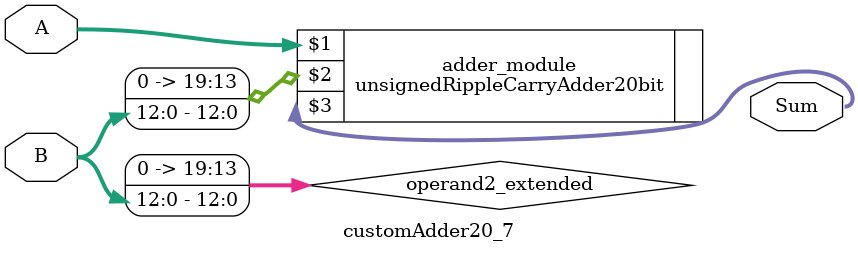
<source format=v>

module customAdder20_7(
                    input [19 : 0] A,
                    input [12 : 0] B,
                    
                    output [20 : 0] Sum
            );

    wire [19 : 0] operand2_extended;
    
    assign operand2_extended =  {7'b0, B};
    
    unsignedRippleCarryAdder20bit adder_module(
        A,
        operand2_extended,
        Sum
    );
    
endmodule
        
</source>
